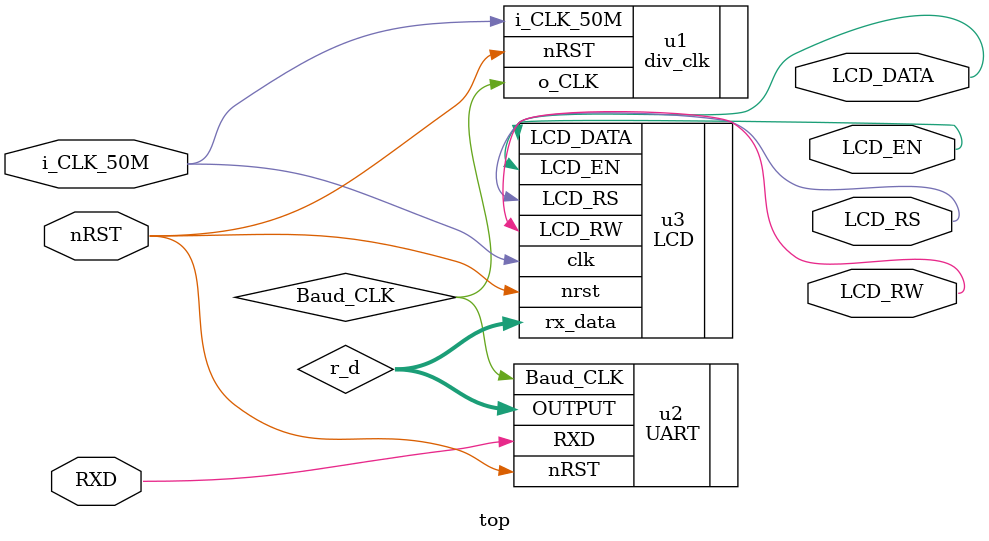
<source format=v>
`timescale 1ns / 1ps
module top(i_CLK_50M,nRST,RXD, LCD_RW, LCD_EN, LCD_RS, LCD_DATA);

input i_CLK_50M,nRST,RXD;
output LCD_RW, LCD_EN, LCD_RS, LCD_DATA;
//output TXD;
//input RXD;
wire Baud_CLK;

wire [7:0] r_d;

div_clk u1(.i_CLK_50M(i_CLK_50M),.nRST(nRST),.o_CLK(Baud_CLK));
UART u2(.nRST(nRST),.RXD(RXD),.Baud_CLK(Baud_CLK),.OUTPUT(r_d));
LCD u3(.rx_data(r_d), 
	   .clk(i_CLK_50M), 
	   .nrst(nRST), 
	   .LCD_RW(LCD_RW), 
	   .LCD_EN(LCD_EN), 
	   .LCD_RS(LCD_RS), 
	   .LCD_DATA(LCD_DATA));

endmodule

</source>
